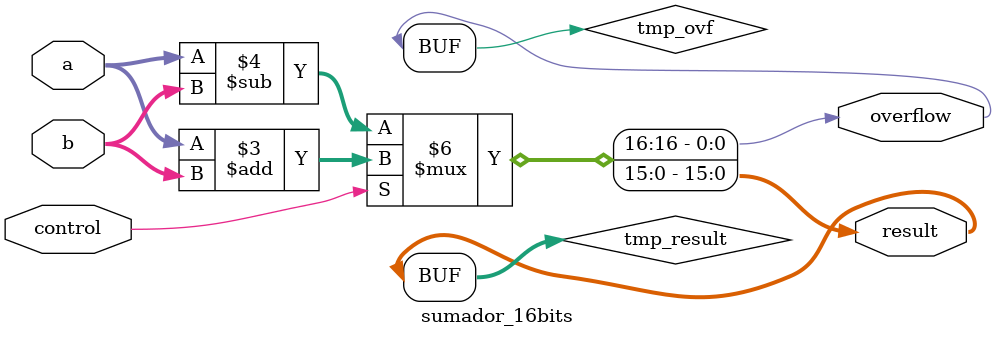
<source format=v>
`timescale 1ns/100ps

module sumador_16bits (a,b,control,result,overflow);
	input [15:0] a;
	input [15:0] b;
	input control; //0 -> Resta  1 -> Suma
	output [15:0] result;
	output overflow;
	reg [15:0] tmp_result;
	reg tmp_ovf;
	
	always @(control or a or b) begin
		if(control==1) begin
			{tmp_ovf,tmp_result} = a + b;
		end else begin
			{tmp_ovf,tmp_result} = a - b;
		end		
	end
	
	assign result = tmp_result;
	assign overflow = tmp_ovf;
endmodule

</source>
